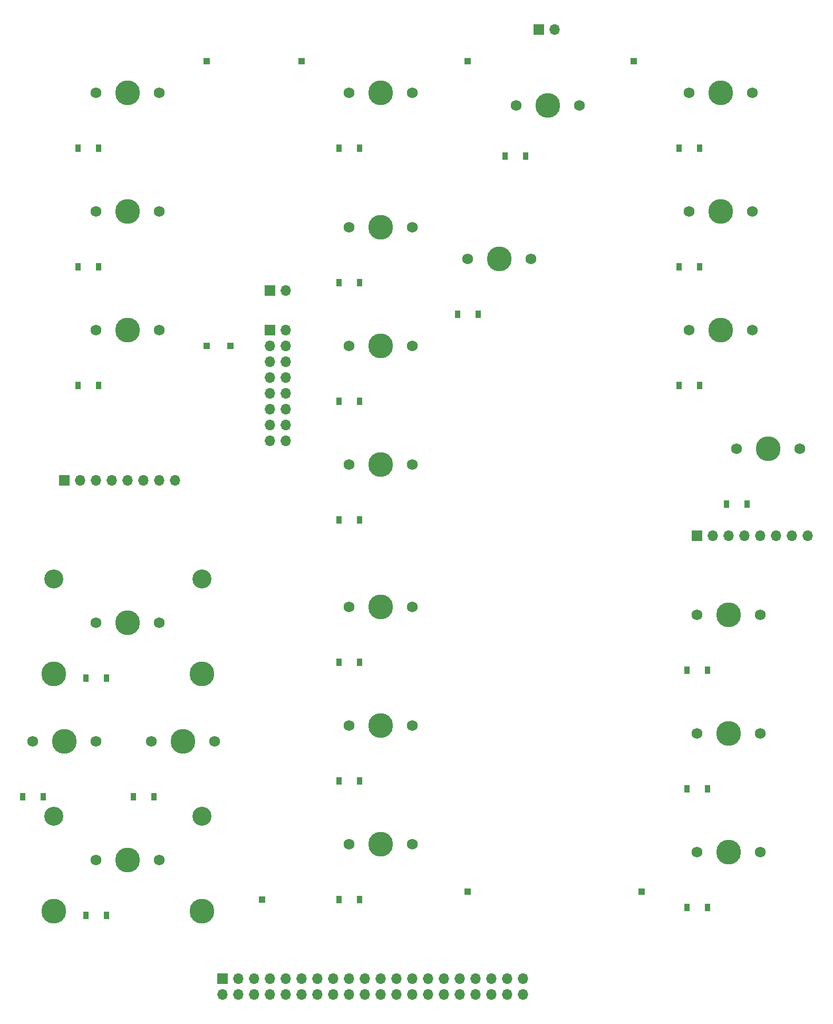
<source format=gbr>
%TF.GenerationSoftware,KiCad,Pcbnew,(5.1.10-1-10_14)*%
%TF.CreationDate,2021-05-06T19:08:34+01:00*%
%TF.ProjectId,haxophone001,6861786f-7068-46f6-9e65-3030312e6b69,rev?*%
%TF.SameCoordinates,Original*%
%TF.FileFunction,Soldermask,Top*%
%TF.FilePolarity,Negative*%
%FSLAX46Y46*%
G04 Gerber Fmt 4.6, Leading zero omitted, Abs format (unit mm)*
G04 Created by KiCad (PCBNEW (5.1.10-1-10_14)) date 2021-05-06 19:08:34*
%MOMM*%
%LPD*%
G01*
G04 APERTURE LIST*
%ADD10R,1.000000X1.000000*%
%ADD11C,3.987800*%
%ADD12C,1.750000*%
%ADD13C,3.048000*%
%ADD14O,1.700000X1.700000*%
%ADD15R,1.700000X1.700000*%
%ADD16R,0.900000X1.200000*%
G04 APERTURE END LIST*
D10*
%TO.C,REF\u002A\u002A*%
X80010000Y-68580000D03*
%TD*%
%TO.C,REF\u002A\u002A*%
X76200000Y-68580000D03*
%TD*%
%TO.C,REF\u002A\u002A*%
X85090000Y-157480000D03*
%TD*%
%TO.C,REF\u002A\u002A*%
X91440000Y-22860000D03*
%TD*%
%TO.C,REF\u002A\u002A*%
X76200000Y-22860000D03*
%TD*%
%TO.C,REF\u002A\u002A*%
X144780000Y-22860000D03*
%TD*%
%TO.C,REF\u002A\u002A*%
X118110000Y-22860000D03*
%TD*%
%TO.C,REF\u002A\u002A*%
X146050000Y-156210000D03*
%TD*%
%TO.C,REF\u002A\u002A*%
X118110000Y-156210000D03*
%TD*%
D11*
%TO.C,MX7*%
X63500000Y-151130000D03*
D12*
X58420000Y-151130000D03*
X68580000Y-151130000D03*
D13*
X51593750Y-144145000D03*
X75406250Y-144145000D03*
D11*
X51593750Y-159385000D03*
X75406250Y-159385000D03*
%TD*%
%TO.C,MX23*%
X158750000Y-46990000D03*
D12*
X153670000Y-46990000D03*
X163830000Y-46990000D03*
%TD*%
D14*
%TO.C,J2*%
X88900000Y-83820000D03*
X86360000Y-83820000D03*
X88900000Y-81280000D03*
X86360000Y-81280000D03*
X88900000Y-78740000D03*
X86360000Y-78740000D03*
X88900000Y-76200000D03*
X86360000Y-76200000D03*
X88900000Y-73660000D03*
X86360000Y-73660000D03*
X88900000Y-71120000D03*
X86360000Y-71120000D03*
X88900000Y-68580000D03*
X86360000Y-68580000D03*
X88900000Y-66040000D03*
D15*
X86360000Y-66040000D03*
%TD*%
D11*
%TO.C,MX2*%
X63500000Y-46990000D03*
D12*
X58420000Y-46990000D03*
X68580000Y-46990000D03*
%TD*%
D16*
%TO.C,D8*%
X127380000Y-38100000D03*
X124080000Y-38100000D03*
%TD*%
D11*
%TO.C,MX16*%
X104140000Y-148590000D03*
D12*
X99060000Y-148590000D03*
X109220000Y-148590000D03*
%TD*%
D16*
%TO.C,D16*%
X100710000Y-157480000D03*
X97410000Y-157480000D03*
%TD*%
D11*
%TO.C,MX4*%
X63500000Y-113030000D03*
D12*
X58420000Y-113030000D03*
X68580000Y-113030000D03*
D13*
X51593750Y-106045000D03*
X75406250Y-106045000D03*
D11*
X51593750Y-121285000D03*
X75406250Y-121285000D03*
%TD*%
%TO.C,MX22*%
X160020000Y-130810000D03*
D12*
X154940000Y-130810000D03*
X165100000Y-130810000D03*
%TD*%
D11*
%TO.C,MX21*%
X160020000Y-111760000D03*
D12*
X154940000Y-111760000D03*
X165100000Y-111760000D03*
%TD*%
D11*
%TO.C,MX20*%
X166370000Y-85090000D03*
D12*
X161290000Y-85090000D03*
X171450000Y-85090000D03*
%TD*%
D11*
%TO.C,MX19*%
X158750000Y-66040000D03*
D12*
X153670000Y-66040000D03*
X163830000Y-66040000D03*
%TD*%
D11*
%TO.C,MX18*%
X160020000Y-149860000D03*
D12*
X154940000Y-149860000D03*
X165100000Y-149860000D03*
%TD*%
D11*
%TO.C,MX17*%
X158750000Y-27940000D03*
D12*
X153670000Y-27940000D03*
X163830000Y-27940000D03*
%TD*%
D11*
%TO.C,MX15*%
X104140000Y-129540000D03*
D12*
X99060000Y-129540000D03*
X109220000Y-129540000D03*
%TD*%
D11*
%TO.C,MX14*%
X104140000Y-110490000D03*
D12*
X99060000Y-110490000D03*
X109220000Y-110490000D03*
%TD*%
D11*
%TO.C,MX13*%
X104140000Y-87630000D03*
D12*
X99060000Y-87630000D03*
X109220000Y-87630000D03*
%TD*%
D11*
%TO.C,MX12*%
X104140000Y-68580000D03*
D12*
X99060000Y-68580000D03*
X109220000Y-68580000D03*
%TD*%
D16*
%TO.C,D4*%
X60070000Y-121920000D03*
X56770000Y-121920000D03*
%TD*%
%TO.C,D5*%
X67690000Y-140970000D03*
X64390000Y-140970000D03*
%TD*%
%TO.C,D6*%
X49910000Y-140970000D03*
X46610000Y-140970000D03*
%TD*%
%TO.C,D7*%
X60070000Y-160020000D03*
X56770000Y-160020000D03*
%TD*%
%TO.C,D9*%
X97410000Y-36830000D03*
X100710000Y-36830000D03*
%TD*%
%TO.C,D10*%
X97410000Y-58420000D03*
X100710000Y-58420000D03*
%TD*%
%TO.C,D11*%
X116460000Y-63500000D03*
X119760000Y-63500000D03*
%TD*%
%TO.C,D12*%
X100710000Y-77470000D03*
X97410000Y-77470000D03*
%TD*%
%TO.C,D13*%
X100710000Y-96520000D03*
X97410000Y-96520000D03*
%TD*%
%TO.C,D14*%
X100710000Y-119380000D03*
X97410000Y-119380000D03*
%TD*%
%TO.C,D15*%
X100710000Y-138430000D03*
X97410000Y-138430000D03*
%TD*%
%TO.C,D17*%
X152020000Y-36830000D03*
X155320000Y-36830000D03*
%TD*%
%TO.C,D18*%
X153290000Y-158750000D03*
X156590000Y-158750000D03*
%TD*%
%TO.C,D19*%
X152020000Y-74930000D03*
X155320000Y-74930000D03*
%TD*%
%TO.C,D20*%
X159640000Y-93980000D03*
X162940000Y-93980000D03*
%TD*%
%TO.C,D21*%
X156590000Y-120650000D03*
X153290000Y-120650000D03*
%TD*%
%TO.C,D22*%
X156590000Y-139700000D03*
X153290000Y-139700000D03*
%TD*%
%TO.C,D23*%
X155320000Y-55880000D03*
X152020000Y-55880000D03*
%TD*%
D15*
%TO.C,J3*%
X78740000Y-170180000D03*
D14*
X78740000Y-172720000D03*
X81280000Y-170180000D03*
X81280000Y-172720000D03*
X83820000Y-170180000D03*
X83820000Y-172720000D03*
X86360000Y-170180000D03*
X86360000Y-172720000D03*
X88900000Y-170180000D03*
X88900000Y-172720000D03*
X91440000Y-170180000D03*
X91440000Y-172720000D03*
X93980000Y-170180000D03*
X93980000Y-172720000D03*
X96520000Y-170180000D03*
X96520000Y-172720000D03*
X99060000Y-170180000D03*
X99060000Y-172720000D03*
X101600000Y-170180000D03*
X101600000Y-172720000D03*
X104140000Y-170180000D03*
X104140000Y-172720000D03*
X106680000Y-170180000D03*
X106680000Y-172720000D03*
X109220000Y-170180000D03*
X109220000Y-172720000D03*
X111760000Y-170180000D03*
X111760000Y-172720000D03*
X114300000Y-170180000D03*
X114300000Y-172720000D03*
X116840000Y-170180000D03*
X116840000Y-172720000D03*
X119380000Y-170180000D03*
X119380000Y-172720000D03*
X121920000Y-170180000D03*
X121920000Y-172720000D03*
X124460000Y-170180000D03*
X124460000Y-172720000D03*
X127000000Y-170180000D03*
X127000000Y-172720000D03*
%TD*%
%TO.C,J6*%
X88900000Y-59690000D03*
D15*
X86360000Y-59690000D03*
%TD*%
D14*
%TO.C,J5*%
X132080000Y-17780000D03*
D15*
X129540000Y-17780000D03*
%TD*%
D11*
%TO.C,MX8*%
X130965000Y-30015000D03*
D12*
X125885000Y-30015000D03*
X136045000Y-30015000D03*
%TD*%
D11*
%TO.C,MX11*%
X123190000Y-54610000D03*
D12*
X118110000Y-54610000D03*
X128270000Y-54610000D03*
%TD*%
D11*
%TO.C,MX6*%
X53340000Y-132080000D03*
D12*
X48260000Y-132080000D03*
X58420000Y-132080000D03*
%TD*%
D11*
%TO.C,MX10*%
X104140000Y-49530000D03*
D12*
X99060000Y-49530000D03*
X109220000Y-49530000D03*
%TD*%
D11*
%TO.C,MX9*%
X104140000Y-27940000D03*
D12*
X99060000Y-27940000D03*
X109220000Y-27940000D03*
%TD*%
D11*
%TO.C,MX5*%
X72390000Y-132080000D03*
D12*
X67310000Y-132080000D03*
X77470000Y-132080000D03*
%TD*%
D16*
%TO.C,D2*%
X55500000Y-55880000D03*
X58800000Y-55880000D03*
%TD*%
%TO.C,D3*%
X55500000Y-74930000D03*
X58800000Y-74930000D03*
%TD*%
%TO.C,D1*%
X55500000Y-36830000D03*
X58800000Y-36830000D03*
%TD*%
D14*
%TO.C,J1*%
X71120000Y-90170000D03*
X68580000Y-90170000D03*
X66040000Y-90170000D03*
X63500000Y-90170000D03*
X60960000Y-90170000D03*
X58420000Y-90170000D03*
X55880000Y-90170000D03*
D15*
X53340000Y-90170000D03*
%TD*%
D11*
%TO.C,MX1*%
X63500000Y-27940000D03*
D12*
X58420000Y-27940000D03*
X68580000Y-27940000D03*
%TD*%
D14*
%TO.C,J4*%
X172720000Y-99060000D03*
X170180000Y-99060000D03*
X167640000Y-99060000D03*
X165100000Y-99060000D03*
X162560000Y-99060000D03*
X160020000Y-99060000D03*
X157480000Y-99060000D03*
D15*
X154940000Y-99060000D03*
%TD*%
D11*
%TO.C,MX3*%
X63500000Y-66040000D03*
D12*
X58420000Y-66040000D03*
X68580000Y-66040000D03*
%TD*%
M02*

</source>
